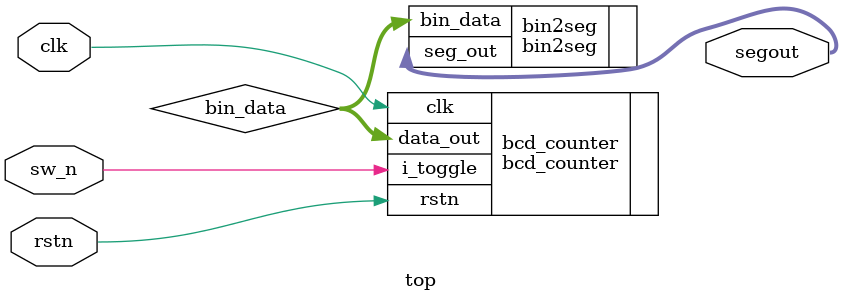
<source format=v>
module top(
    input clk, 
    input rstn, 
    input sw_n, 
    output [7:0] segout 
    );
 
    wire [3:0] bin_data; 

    //BCD Counter 
    bcd_counter bcd_counter(        
    .clk(clk),
    .rstn(rstn),
    .i_toggle(sw_n),
    .data_out(bin_data)
    ); 
    
    //7-segment output to display 
    bin2seg bin2seg(
    .bin_data(bin_data),
    .seg_out(segout)
    );

endmodule
</source>
